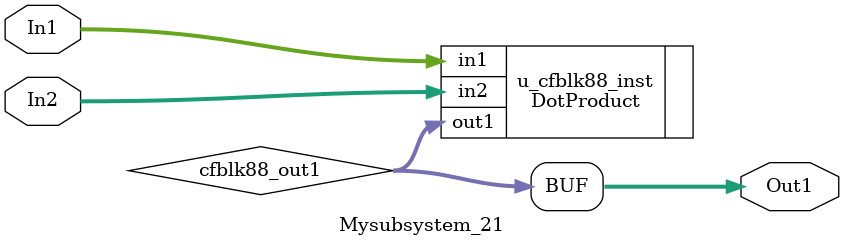
<source format=v>



`timescale 1 ns / 1 ns

module Mysubsystem_21
          (In1,
           In2,
           Out1);


  input   [7:0] In1;  // uint8
  input   [7:0] In2;  // uint8
  output  [15:0] Out1;  // uint16


  wire [15:0] cfblk88_out1;  // uint16


  DotProduct u_cfblk88_inst (.in1(In1),  // uint8
                             .in2(In2),  // uint8
                             .out1(cfblk88_out1)  // uint16
                             );

  assign Out1 = cfblk88_out1;

endmodule  // Mysubsystem_21


</source>
